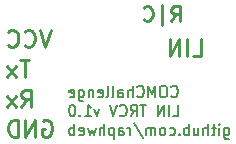
<source format=gbr>
%TF.GenerationSoftware,KiCad,Pcbnew,9.0.5*%
%TF.CreationDate,2025-11-16T03:13:01+01:00*%
%TF.ProjectId,LINBoard,4c494e42-6f61-4726-942e-6b696361645f,v1.0*%
%TF.SameCoordinates,Original*%
%TF.FileFunction,Legend,Bot*%
%TF.FilePolarity,Positive*%
%FSLAX46Y46*%
G04 Gerber Fmt 4.6, Leading zero omitted, Abs format (unit mm)*
G04 Created by KiCad (PCBNEW 9.0.5) date 2025-11-16 03:13:01*
%MOMM*%
%LPD*%
G01*
G04 APERTURE LIST*
%ADD10C,0.240000*%
%ADD11C,0.200000*%
%ADD12C,0.280000*%
G04 APERTURE END LIST*
D10*
X94043399Y-52536462D02*
X94443399Y-51965034D01*
X94729113Y-52536462D02*
X94729113Y-51336462D01*
X94729113Y-51336462D02*
X94271970Y-51336462D01*
X94271970Y-51336462D02*
X94157685Y-51393605D01*
X94157685Y-51393605D02*
X94100542Y-51450748D01*
X94100542Y-51450748D02*
X94043399Y-51565034D01*
X94043399Y-51565034D02*
X94043399Y-51736462D01*
X94043399Y-51736462D02*
X94100542Y-51850748D01*
X94100542Y-51850748D02*
X94157685Y-51907891D01*
X94157685Y-51907891D02*
X94271970Y-51965034D01*
X94271970Y-51965034D02*
X94729113Y-51965034D01*
X93243399Y-52936462D02*
X93243399Y-51222177D01*
X91700542Y-52422177D02*
X91757685Y-52479320D01*
X91757685Y-52479320D02*
X91929113Y-52536462D01*
X91929113Y-52536462D02*
X92043399Y-52536462D01*
X92043399Y-52536462D02*
X92214828Y-52479320D01*
X92214828Y-52479320D02*
X92329113Y-52365034D01*
X92329113Y-52365034D02*
X92386256Y-52250748D01*
X92386256Y-52250748D02*
X92443399Y-52022177D01*
X92443399Y-52022177D02*
X92443399Y-51850748D01*
X92443399Y-51850748D02*
X92386256Y-51622177D01*
X92386256Y-51622177D02*
X92329113Y-51507891D01*
X92329113Y-51507891D02*
X92214828Y-51393605D01*
X92214828Y-51393605D02*
X92043399Y-51336462D01*
X92043399Y-51336462D02*
X91929113Y-51336462D01*
X91929113Y-51336462D02*
X91757685Y-51393605D01*
X91757685Y-51393605D02*
X91700542Y-51450748D01*
D11*
X94007294Y-58945036D02*
X94050151Y-58992656D01*
X94050151Y-58992656D02*
X94178723Y-59040275D01*
X94178723Y-59040275D02*
X94264437Y-59040275D01*
X94264437Y-59040275D02*
X94393008Y-58992656D01*
X94393008Y-58992656D02*
X94478723Y-58897417D01*
X94478723Y-58897417D02*
X94521580Y-58802179D01*
X94521580Y-58802179D02*
X94564437Y-58611703D01*
X94564437Y-58611703D02*
X94564437Y-58468846D01*
X94564437Y-58468846D02*
X94521580Y-58278370D01*
X94521580Y-58278370D02*
X94478723Y-58183132D01*
X94478723Y-58183132D02*
X94393008Y-58087894D01*
X94393008Y-58087894D02*
X94264437Y-58040275D01*
X94264437Y-58040275D02*
X94178723Y-58040275D01*
X94178723Y-58040275D02*
X94050151Y-58087894D01*
X94050151Y-58087894D02*
X94007294Y-58135513D01*
X93450151Y-58040275D02*
X93278723Y-58040275D01*
X93278723Y-58040275D02*
X93193008Y-58087894D01*
X93193008Y-58087894D02*
X93107294Y-58183132D01*
X93107294Y-58183132D02*
X93064437Y-58373608D01*
X93064437Y-58373608D02*
X93064437Y-58706941D01*
X93064437Y-58706941D02*
X93107294Y-58897417D01*
X93107294Y-58897417D02*
X93193008Y-58992656D01*
X93193008Y-58992656D02*
X93278723Y-59040275D01*
X93278723Y-59040275D02*
X93450151Y-59040275D01*
X93450151Y-59040275D02*
X93535866Y-58992656D01*
X93535866Y-58992656D02*
X93621580Y-58897417D01*
X93621580Y-58897417D02*
X93664437Y-58706941D01*
X93664437Y-58706941D02*
X93664437Y-58373608D01*
X93664437Y-58373608D02*
X93621580Y-58183132D01*
X93621580Y-58183132D02*
X93535866Y-58087894D01*
X93535866Y-58087894D02*
X93450151Y-58040275D01*
X92678723Y-59040275D02*
X92678723Y-58040275D01*
X92678723Y-58040275D02*
X92378723Y-58754560D01*
X92378723Y-58754560D02*
X92078723Y-58040275D01*
X92078723Y-58040275D02*
X92078723Y-59040275D01*
X91135866Y-58945036D02*
X91178723Y-58992656D01*
X91178723Y-58992656D02*
X91307295Y-59040275D01*
X91307295Y-59040275D02*
X91393009Y-59040275D01*
X91393009Y-59040275D02*
X91521580Y-58992656D01*
X91521580Y-58992656D02*
X91607295Y-58897417D01*
X91607295Y-58897417D02*
X91650152Y-58802179D01*
X91650152Y-58802179D02*
X91693009Y-58611703D01*
X91693009Y-58611703D02*
X91693009Y-58468846D01*
X91693009Y-58468846D02*
X91650152Y-58278370D01*
X91650152Y-58278370D02*
X91607295Y-58183132D01*
X91607295Y-58183132D02*
X91521580Y-58087894D01*
X91521580Y-58087894D02*
X91393009Y-58040275D01*
X91393009Y-58040275D02*
X91307295Y-58040275D01*
X91307295Y-58040275D02*
X91178723Y-58087894D01*
X91178723Y-58087894D02*
X91135866Y-58135513D01*
X90750152Y-59040275D02*
X90750152Y-58040275D01*
X90364438Y-59040275D02*
X90364438Y-58516465D01*
X90364438Y-58516465D02*
X90407295Y-58421227D01*
X90407295Y-58421227D02*
X90493009Y-58373608D01*
X90493009Y-58373608D02*
X90621580Y-58373608D01*
X90621580Y-58373608D02*
X90707295Y-58421227D01*
X90707295Y-58421227D02*
X90750152Y-58468846D01*
X89550152Y-59040275D02*
X89550152Y-58516465D01*
X89550152Y-58516465D02*
X89593009Y-58421227D01*
X89593009Y-58421227D02*
X89678723Y-58373608D01*
X89678723Y-58373608D02*
X89850152Y-58373608D01*
X89850152Y-58373608D02*
X89935866Y-58421227D01*
X89550152Y-58992656D02*
X89635866Y-59040275D01*
X89635866Y-59040275D02*
X89850152Y-59040275D01*
X89850152Y-59040275D02*
X89935866Y-58992656D01*
X89935866Y-58992656D02*
X89978723Y-58897417D01*
X89978723Y-58897417D02*
X89978723Y-58802179D01*
X89978723Y-58802179D02*
X89935866Y-58706941D01*
X89935866Y-58706941D02*
X89850152Y-58659322D01*
X89850152Y-58659322D02*
X89635866Y-58659322D01*
X89635866Y-58659322D02*
X89550152Y-58611703D01*
X88993008Y-59040275D02*
X89078723Y-58992656D01*
X89078723Y-58992656D02*
X89121580Y-58897417D01*
X89121580Y-58897417D02*
X89121580Y-58040275D01*
X88521579Y-59040275D02*
X88607294Y-58992656D01*
X88607294Y-58992656D02*
X88650151Y-58897417D01*
X88650151Y-58897417D02*
X88650151Y-58040275D01*
X87835865Y-58992656D02*
X87921579Y-59040275D01*
X87921579Y-59040275D02*
X88093008Y-59040275D01*
X88093008Y-59040275D02*
X88178722Y-58992656D01*
X88178722Y-58992656D02*
X88221579Y-58897417D01*
X88221579Y-58897417D02*
X88221579Y-58516465D01*
X88221579Y-58516465D02*
X88178722Y-58421227D01*
X88178722Y-58421227D02*
X88093008Y-58373608D01*
X88093008Y-58373608D02*
X87921579Y-58373608D01*
X87921579Y-58373608D02*
X87835865Y-58421227D01*
X87835865Y-58421227D02*
X87793008Y-58516465D01*
X87793008Y-58516465D02*
X87793008Y-58611703D01*
X87793008Y-58611703D02*
X88221579Y-58706941D01*
X87407293Y-58373608D02*
X87407293Y-59040275D01*
X87407293Y-58468846D02*
X87364436Y-58421227D01*
X87364436Y-58421227D02*
X87278721Y-58373608D01*
X87278721Y-58373608D02*
X87150150Y-58373608D01*
X87150150Y-58373608D02*
X87064436Y-58421227D01*
X87064436Y-58421227D02*
X87021579Y-58516465D01*
X87021579Y-58516465D02*
X87021579Y-59040275D01*
X86207293Y-58373608D02*
X86207293Y-59183132D01*
X86207293Y-59183132D02*
X86250150Y-59278370D01*
X86250150Y-59278370D02*
X86293007Y-59325989D01*
X86293007Y-59325989D02*
X86378721Y-59373608D01*
X86378721Y-59373608D02*
X86507293Y-59373608D01*
X86507293Y-59373608D02*
X86593007Y-59325989D01*
X86207293Y-58992656D02*
X86293007Y-59040275D01*
X86293007Y-59040275D02*
X86464435Y-59040275D01*
X86464435Y-59040275D02*
X86550150Y-58992656D01*
X86550150Y-58992656D02*
X86593007Y-58945036D01*
X86593007Y-58945036D02*
X86635864Y-58849798D01*
X86635864Y-58849798D02*
X86635864Y-58564084D01*
X86635864Y-58564084D02*
X86593007Y-58468846D01*
X86593007Y-58468846D02*
X86550150Y-58421227D01*
X86550150Y-58421227D02*
X86464435Y-58373608D01*
X86464435Y-58373608D02*
X86293007Y-58373608D01*
X86293007Y-58373608D02*
X86207293Y-58421227D01*
X85435864Y-58992656D02*
X85521578Y-59040275D01*
X85521578Y-59040275D02*
X85693007Y-59040275D01*
X85693007Y-59040275D02*
X85778721Y-58992656D01*
X85778721Y-58992656D02*
X85821578Y-58897417D01*
X85821578Y-58897417D02*
X85821578Y-58516465D01*
X85821578Y-58516465D02*
X85778721Y-58421227D01*
X85778721Y-58421227D02*
X85693007Y-58373608D01*
X85693007Y-58373608D02*
X85521578Y-58373608D01*
X85521578Y-58373608D02*
X85435864Y-58421227D01*
X85435864Y-58421227D02*
X85393007Y-58516465D01*
X85393007Y-58516465D02*
X85393007Y-58611703D01*
X85393007Y-58611703D02*
X85821578Y-58706941D01*
X94135861Y-60650219D02*
X94564433Y-60650219D01*
X94564433Y-60650219D02*
X94564433Y-59650219D01*
X93835862Y-60650219D02*
X93835862Y-59650219D01*
X93407291Y-60650219D02*
X93407291Y-59650219D01*
X93407291Y-59650219D02*
X92893005Y-60650219D01*
X92893005Y-60650219D02*
X92893005Y-59650219D01*
X91907291Y-59650219D02*
X91393006Y-59650219D01*
X91650148Y-60650219D02*
X91650148Y-59650219D01*
X90578720Y-60650219D02*
X90878720Y-60174028D01*
X91093006Y-60650219D02*
X91093006Y-59650219D01*
X91093006Y-59650219D02*
X90750149Y-59650219D01*
X90750149Y-59650219D02*
X90664434Y-59697838D01*
X90664434Y-59697838D02*
X90621577Y-59745457D01*
X90621577Y-59745457D02*
X90578720Y-59840695D01*
X90578720Y-59840695D02*
X90578720Y-59983552D01*
X90578720Y-59983552D02*
X90621577Y-60078790D01*
X90621577Y-60078790D02*
X90664434Y-60126409D01*
X90664434Y-60126409D02*
X90750149Y-60174028D01*
X90750149Y-60174028D02*
X91093006Y-60174028D01*
X89678720Y-60554980D02*
X89721577Y-60602600D01*
X89721577Y-60602600D02*
X89850149Y-60650219D01*
X89850149Y-60650219D02*
X89935863Y-60650219D01*
X89935863Y-60650219D02*
X90064434Y-60602600D01*
X90064434Y-60602600D02*
X90150149Y-60507361D01*
X90150149Y-60507361D02*
X90193006Y-60412123D01*
X90193006Y-60412123D02*
X90235863Y-60221647D01*
X90235863Y-60221647D02*
X90235863Y-60078790D01*
X90235863Y-60078790D02*
X90193006Y-59888314D01*
X90193006Y-59888314D02*
X90150149Y-59793076D01*
X90150149Y-59793076D02*
X90064434Y-59697838D01*
X90064434Y-59697838D02*
X89935863Y-59650219D01*
X89935863Y-59650219D02*
X89850149Y-59650219D01*
X89850149Y-59650219D02*
X89721577Y-59697838D01*
X89721577Y-59697838D02*
X89678720Y-59745457D01*
X89421577Y-59650219D02*
X89121577Y-60650219D01*
X89121577Y-60650219D02*
X88821577Y-59650219D01*
X87921577Y-59983552D02*
X87707291Y-60650219D01*
X87707291Y-60650219D02*
X87493006Y-59983552D01*
X86678720Y-60650219D02*
X87193006Y-60650219D01*
X86935863Y-60650219D02*
X86935863Y-59650219D01*
X86935863Y-59650219D02*
X87021577Y-59793076D01*
X87021577Y-59793076D02*
X87107292Y-59888314D01*
X87107292Y-59888314D02*
X87193006Y-59935933D01*
X86293006Y-60554980D02*
X86250149Y-60602600D01*
X86250149Y-60602600D02*
X86293006Y-60650219D01*
X86293006Y-60650219D02*
X86335863Y-60602600D01*
X86335863Y-60602600D02*
X86293006Y-60554980D01*
X86293006Y-60554980D02*
X86293006Y-60650219D01*
X85693006Y-59650219D02*
X85607292Y-59650219D01*
X85607292Y-59650219D02*
X85521578Y-59697838D01*
X85521578Y-59697838D02*
X85478721Y-59745457D01*
X85478721Y-59745457D02*
X85435863Y-59840695D01*
X85435863Y-59840695D02*
X85393006Y-60031171D01*
X85393006Y-60031171D02*
X85393006Y-60269266D01*
X85393006Y-60269266D02*
X85435863Y-60459742D01*
X85435863Y-60459742D02*
X85478721Y-60554980D01*
X85478721Y-60554980D02*
X85521578Y-60602600D01*
X85521578Y-60602600D02*
X85607292Y-60650219D01*
X85607292Y-60650219D02*
X85693006Y-60650219D01*
X85693006Y-60650219D02*
X85778721Y-60602600D01*
X85778721Y-60602600D02*
X85821578Y-60554980D01*
X85821578Y-60554980D02*
X85864435Y-60459742D01*
X85864435Y-60459742D02*
X85907292Y-60269266D01*
X85907292Y-60269266D02*
X85907292Y-60031171D01*
X85907292Y-60031171D02*
X85864435Y-59840695D01*
X85864435Y-59840695D02*
X85821578Y-59745457D01*
X85821578Y-59745457D02*
X85778721Y-59697838D01*
X85778721Y-59697838D02*
X85693006Y-59650219D01*
X98507295Y-61593496D02*
X98507295Y-62403020D01*
X98507295Y-62403020D02*
X98550152Y-62498258D01*
X98550152Y-62498258D02*
X98593009Y-62545877D01*
X98593009Y-62545877D02*
X98678723Y-62593496D01*
X98678723Y-62593496D02*
X98807295Y-62593496D01*
X98807295Y-62593496D02*
X98893009Y-62545877D01*
X98507295Y-62212544D02*
X98593009Y-62260163D01*
X98593009Y-62260163D02*
X98764437Y-62260163D01*
X98764437Y-62260163D02*
X98850152Y-62212544D01*
X98850152Y-62212544D02*
X98893009Y-62164924D01*
X98893009Y-62164924D02*
X98935866Y-62069686D01*
X98935866Y-62069686D02*
X98935866Y-61783972D01*
X98935866Y-61783972D02*
X98893009Y-61688734D01*
X98893009Y-61688734D02*
X98850152Y-61641115D01*
X98850152Y-61641115D02*
X98764437Y-61593496D01*
X98764437Y-61593496D02*
X98593009Y-61593496D01*
X98593009Y-61593496D02*
X98507295Y-61641115D01*
X98078723Y-62260163D02*
X98078723Y-61593496D01*
X98078723Y-61260163D02*
X98121580Y-61307782D01*
X98121580Y-61307782D02*
X98078723Y-61355401D01*
X98078723Y-61355401D02*
X98035866Y-61307782D01*
X98035866Y-61307782D02*
X98078723Y-61260163D01*
X98078723Y-61260163D02*
X98078723Y-61355401D01*
X97778723Y-61593496D02*
X97435866Y-61593496D01*
X97650152Y-61260163D02*
X97650152Y-62117305D01*
X97650152Y-62117305D02*
X97607295Y-62212544D01*
X97607295Y-62212544D02*
X97521580Y-62260163D01*
X97521580Y-62260163D02*
X97435866Y-62260163D01*
X97135866Y-62260163D02*
X97135866Y-61260163D01*
X96750152Y-62260163D02*
X96750152Y-61736353D01*
X96750152Y-61736353D02*
X96793009Y-61641115D01*
X96793009Y-61641115D02*
X96878723Y-61593496D01*
X96878723Y-61593496D02*
X97007294Y-61593496D01*
X97007294Y-61593496D02*
X97093009Y-61641115D01*
X97093009Y-61641115D02*
X97135866Y-61688734D01*
X95935866Y-61593496D02*
X95935866Y-62260163D01*
X96321580Y-61593496D02*
X96321580Y-62117305D01*
X96321580Y-62117305D02*
X96278723Y-62212544D01*
X96278723Y-62212544D02*
X96193008Y-62260163D01*
X96193008Y-62260163D02*
X96064437Y-62260163D01*
X96064437Y-62260163D02*
X95978723Y-62212544D01*
X95978723Y-62212544D02*
X95935866Y-62164924D01*
X95507294Y-62260163D02*
X95507294Y-61260163D01*
X95507294Y-61641115D02*
X95421580Y-61593496D01*
X95421580Y-61593496D02*
X95250151Y-61593496D01*
X95250151Y-61593496D02*
X95164437Y-61641115D01*
X95164437Y-61641115D02*
X95121580Y-61688734D01*
X95121580Y-61688734D02*
X95078722Y-61783972D01*
X95078722Y-61783972D02*
X95078722Y-62069686D01*
X95078722Y-62069686D02*
X95121580Y-62164924D01*
X95121580Y-62164924D02*
X95164437Y-62212544D01*
X95164437Y-62212544D02*
X95250151Y-62260163D01*
X95250151Y-62260163D02*
X95421580Y-62260163D01*
X95421580Y-62260163D02*
X95507294Y-62212544D01*
X94693008Y-62164924D02*
X94650151Y-62212544D01*
X94650151Y-62212544D02*
X94693008Y-62260163D01*
X94693008Y-62260163D02*
X94735865Y-62212544D01*
X94735865Y-62212544D02*
X94693008Y-62164924D01*
X94693008Y-62164924D02*
X94693008Y-62260163D01*
X93878723Y-62212544D02*
X93964437Y-62260163D01*
X93964437Y-62260163D02*
X94135865Y-62260163D01*
X94135865Y-62260163D02*
X94221580Y-62212544D01*
X94221580Y-62212544D02*
X94264437Y-62164924D01*
X94264437Y-62164924D02*
X94307294Y-62069686D01*
X94307294Y-62069686D02*
X94307294Y-61783972D01*
X94307294Y-61783972D02*
X94264437Y-61688734D01*
X94264437Y-61688734D02*
X94221580Y-61641115D01*
X94221580Y-61641115D02*
X94135865Y-61593496D01*
X94135865Y-61593496D02*
X93964437Y-61593496D01*
X93964437Y-61593496D02*
X93878723Y-61641115D01*
X93364436Y-62260163D02*
X93450151Y-62212544D01*
X93450151Y-62212544D02*
X93493008Y-62164924D01*
X93493008Y-62164924D02*
X93535865Y-62069686D01*
X93535865Y-62069686D02*
X93535865Y-61783972D01*
X93535865Y-61783972D02*
X93493008Y-61688734D01*
X93493008Y-61688734D02*
X93450151Y-61641115D01*
X93450151Y-61641115D02*
X93364436Y-61593496D01*
X93364436Y-61593496D02*
X93235865Y-61593496D01*
X93235865Y-61593496D02*
X93150151Y-61641115D01*
X93150151Y-61641115D02*
X93107294Y-61688734D01*
X93107294Y-61688734D02*
X93064436Y-61783972D01*
X93064436Y-61783972D02*
X93064436Y-62069686D01*
X93064436Y-62069686D02*
X93107294Y-62164924D01*
X93107294Y-62164924D02*
X93150151Y-62212544D01*
X93150151Y-62212544D02*
X93235865Y-62260163D01*
X93235865Y-62260163D02*
X93364436Y-62260163D01*
X92678722Y-62260163D02*
X92678722Y-61593496D01*
X92678722Y-61688734D02*
X92635865Y-61641115D01*
X92635865Y-61641115D02*
X92550150Y-61593496D01*
X92550150Y-61593496D02*
X92421579Y-61593496D01*
X92421579Y-61593496D02*
X92335865Y-61641115D01*
X92335865Y-61641115D02*
X92293008Y-61736353D01*
X92293008Y-61736353D02*
X92293008Y-62260163D01*
X92293008Y-61736353D02*
X92250150Y-61641115D01*
X92250150Y-61641115D02*
X92164436Y-61593496D01*
X92164436Y-61593496D02*
X92035865Y-61593496D01*
X92035865Y-61593496D02*
X91950150Y-61641115D01*
X91950150Y-61641115D02*
X91907293Y-61736353D01*
X91907293Y-61736353D02*
X91907293Y-62260163D01*
X90835865Y-61212544D02*
X91607293Y-62498258D01*
X90535865Y-62260163D02*
X90535865Y-61593496D01*
X90535865Y-61783972D02*
X90493008Y-61688734D01*
X90493008Y-61688734D02*
X90450151Y-61641115D01*
X90450151Y-61641115D02*
X90364436Y-61593496D01*
X90364436Y-61593496D02*
X90278722Y-61593496D01*
X89593008Y-62260163D02*
X89593008Y-61736353D01*
X89593008Y-61736353D02*
X89635865Y-61641115D01*
X89635865Y-61641115D02*
X89721579Y-61593496D01*
X89721579Y-61593496D02*
X89893008Y-61593496D01*
X89893008Y-61593496D02*
X89978722Y-61641115D01*
X89593008Y-62212544D02*
X89678722Y-62260163D01*
X89678722Y-62260163D02*
X89893008Y-62260163D01*
X89893008Y-62260163D02*
X89978722Y-62212544D01*
X89978722Y-62212544D02*
X90021579Y-62117305D01*
X90021579Y-62117305D02*
X90021579Y-62022067D01*
X90021579Y-62022067D02*
X89978722Y-61926829D01*
X89978722Y-61926829D02*
X89893008Y-61879210D01*
X89893008Y-61879210D02*
X89678722Y-61879210D01*
X89678722Y-61879210D02*
X89593008Y-61831591D01*
X89164436Y-61593496D02*
X89164436Y-62593496D01*
X89164436Y-61641115D02*
X89078722Y-61593496D01*
X89078722Y-61593496D02*
X88907293Y-61593496D01*
X88907293Y-61593496D02*
X88821579Y-61641115D01*
X88821579Y-61641115D02*
X88778722Y-61688734D01*
X88778722Y-61688734D02*
X88735864Y-61783972D01*
X88735864Y-61783972D02*
X88735864Y-62069686D01*
X88735864Y-62069686D02*
X88778722Y-62164924D01*
X88778722Y-62164924D02*
X88821579Y-62212544D01*
X88821579Y-62212544D02*
X88907293Y-62260163D01*
X88907293Y-62260163D02*
X89078722Y-62260163D01*
X89078722Y-62260163D02*
X89164436Y-62212544D01*
X88350150Y-62260163D02*
X88350150Y-61260163D01*
X87964436Y-62260163D02*
X87964436Y-61736353D01*
X87964436Y-61736353D02*
X88007293Y-61641115D01*
X88007293Y-61641115D02*
X88093007Y-61593496D01*
X88093007Y-61593496D02*
X88221578Y-61593496D01*
X88221578Y-61593496D02*
X88307293Y-61641115D01*
X88307293Y-61641115D02*
X88350150Y-61688734D01*
X87621578Y-61593496D02*
X87450150Y-62260163D01*
X87450150Y-62260163D02*
X87278721Y-61783972D01*
X87278721Y-61783972D02*
X87107292Y-62260163D01*
X87107292Y-62260163D02*
X86935864Y-61593496D01*
X86250150Y-62212544D02*
X86335864Y-62260163D01*
X86335864Y-62260163D02*
X86507293Y-62260163D01*
X86507293Y-62260163D02*
X86593007Y-62212544D01*
X86593007Y-62212544D02*
X86635864Y-62117305D01*
X86635864Y-62117305D02*
X86635864Y-61736353D01*
X86635864Y-61736353D02*
X86593007Y-61641115D01*
X86593007Y-61641115D02*
X86507293Y-61593496D01*
X86507293Y-61593496D02*
X86335864Y-61593496D01*
X86335864Y-61593496D02*
X86250150Y-61641115D01*
X86250150Y-61641115D02*
X86207293Y-61736353D01*
X86207293Y-61736353D02*
X86207293Y-61831591D01*
X86207293Y-61831591D02*
X86635864Y-61926829D01*
X85821578Y-62260163D02*
X85821578Y-61260163D01*
X85821578Y-61641115D02*
X85735864Y-61593496D01*
X85735864Y-61593496D02*
X85564435Y-61593496D01*
X85564435Y-61593496D02*
X85478721Y-61641115D01*
X85478721Y-61641115D02*
X85435864Y-61688734D01*
X85435864Y-61688734D02*
X85393006Y-61783972D01*
X85393006Y-61783972D02*
X85393006Y-62069686D01*
X85393006Y-62069686D02*
X85435864Y-62164924D01*
X85435864Y-62164924D02*
X85478721Y-62212544D01*
X85478721Y-62212544D02*
X85564435Y-62260163D01*
X85564435Y-62260163D02*
X85735864Y-62260163D01*
X85735864Y-62260163D02*
X85821578Y-62212544D01*
D12*
X81340209Y-59815106D02*
X81806876Y-59148440D01*
X82140209Y-59815106D02*
X82140209Y-58415106D01*
X82140209Y-58415106D02*
X81606876Y-58415106D01*
X81606876Y-58415106D02*
X81473543Y-58481773D01*
X81473543Y-58481773D02*
X81406876Y-58548440D01*
X81406876Y-58548440D02*
X81340209Y-58681773D01*
X81340209Y-58681773D02*
X81340209Y-58881773D01*
X81340209Y-58881773D02*
X81406876Y-59015106D01*
X81406876Y-59015106D02*
X81473543Y-59081773D01*
X81473543Y-59081773D02*
X81606876Y-59148440D01*
X81606876Y-59148440D02*
X82140209Y-59148440D01*
X80873543Y-59815106D02*
X80140209Y-58881773D01*
X80873543Y-58881773D02*
X80140209Y-59815106D01*
X83806876Y-53335106D02*
X83340210Y-54735106D01*
X83340210Y-54735106D02*
X82873543Y-53335106D01*
X81606876Y-54601773D02*
X81673543Y-54668440D01*
X81673543Y-54668440D02*
X81873543Y-54735106D01*
X81873543Y-54735106D02*
X82006876Y-54735106D01*
X82006876Y-54735106D02*
X82206876Y-54668440D01*
X82206876Y-54668440D02*
X82340210Y-54535106D01*
X82340210Y-54535106D02*
X82406876Y-54401773D01*
X82406876Y-54401773D02*
X82473543Y-54135106D01*
X82473543Y-54135106D02*
X82473543Y-53935106D01*
X82473543Y-53935106D02*
X82406876Y-53668440D01*
X82406876Y-53668440D02*
X82340210Y-53535106D01*
X82340210Y-53535106D02*
X82206876Y-53401773D01*
X82206876Y-53401773D02*
X82006876Y-53335106D01*
X82006876Y-53335106D02*
X81873543Y-53335106D01*
X81873543Y-53335106D02*
X81673543Y-53401773D01*
X81673543Y-53401773D02*
X81606876Y-53468440D01*
X80206876Y-54601773D02*
X80273543Y-54668440D01*
X80273543Y-54668440D02*
X80473543Y-54735106D01*
X80473543Y-54735106D02*
X80606876Y-54735106D01*
X80606876Y-54735106D02*
X80806876Y-54668440D01*
X80806876Y-54668440D02*
X80940210Y-54535106D01*
X80940210Y-54535106D02*
X81006876Y-54401773D01*
X81006876Y-54401773D02*
X81073543Y-54135106D01*
X81073543Y-54135106D02*
X81073543Y-53935106D01*
X81073543Y-53935106D02*
X81006876Y-53668440D01*
X81006876Y-53668440D02*
X80940210Y-53535106D01*
X80940210Y-53535106D02*
X80806876Y-53401773D01*
X80806876Y-53401773D02*
X80606876Y-53335106D01*
X80606876Y-53335106D02*
X80473543Y-53335106D01*
X80473543Y-53335106D02*
X80273543Y-53401773D01*
X80273543Y-53401773D02*
X80206876Y-53468440D01*
X82006876Y-55875106D02*
X81206876Y-55875106D01*
X81606876Y-57275106D02*
X81606876Y-55875106D01*
X80873543Y-57275106D02*
X80140209Y-56341773D01*
X80873543Y-56341773D02*
X80140209Y-57275106D01*
X95843790Y-55497106D02*
X96510456Y-55497106D01*
X96510456Y-55497106D02*
X96510456Y-54097106D01*
X95377123Y-55497106D02*
X95377123Y-54097106D01*
X94710456Y-55497106D02*
X94710456Y-54097106D01*
X94710456Y-54097106D02*
X93910456Y-55497106D01*
X93910456Y-55497106D02*
X93910456Y-54097106D01*
X83140210Y-61021773D02*
X83273543Y-60955106D01*
X83273543Y-60955106D02*
X83473543Y-60955106D01*
X83473543Y-60955106D02*
X83673543Y-61021773D01*
X83673543Y-61021773D02*
X83806877Y-61155106D01*
X83806877Y-61155106D02*
X83873543Y-61288440D01*
X83873543Y-61288440D02*
X83940210Y-61555106D01*
X83940210Y-61555106D02*
X83940210Y-61755106D01*
X83940210Y-61755106D02*
X83873543Y-62021773D01*
X83873543Y-62021773D02*
X83806877Y-62155106D01*
X83806877Y-62155106D02*
X83673543Y-62288440D01*
X83673543Y-62288440D02*
X83473543Y-62355106D01*
X83473543Y-62355106D02*
X83340210Y-62355106D01*
X83340210Y-62355106D02*
X83140210Y-62288440D01*
X83140210Y-62288440D02*
X83073543Y-62221773D01*
X83073543Y-62221773D02*
X83073543Y-61755106D01*
X83073543Y-61755106D02*
X83340210Y-61755106D01*
X82473543Y-62355106D02*
X82473543Y-60955106D01*
X82473543Y-60955106D02*
X81673543Y-62355106D01*
X81673543Y-62355106D02*
X81673543Y-60955106D01*
X81006876Y-62355106D02*
X81006876Y-60955106D01*
X81006876Y-60955106D02*
X80673543Y-60955106D01*
X80673543Y-60955106D02*
X80473543Y-61021773D01*
X80473543Y-61021773D02*
X80340210Y-61155106D01*
X80340210Y-61155106D02*
X80273543Y-61288440D01*
X80273543Y-61288440D02*
X80206876Y-61555106D01*
X80206876Y-61555106D02*
X80206876Y-61755106D01*
X80206876Y-61755106D02*
X80273543Y-62021773D01*
X80273543Y-62021773D02*
X80340210Y-62155106D01*
X80340210Y-62155106D02*
X80473543Y-62288440D01*
X80473543Y-62288440D02*
X80673543Y-62355106D01*
X80673543Y-62355106D02*
X81006876Y-62355106D01*
M02*

</source>
